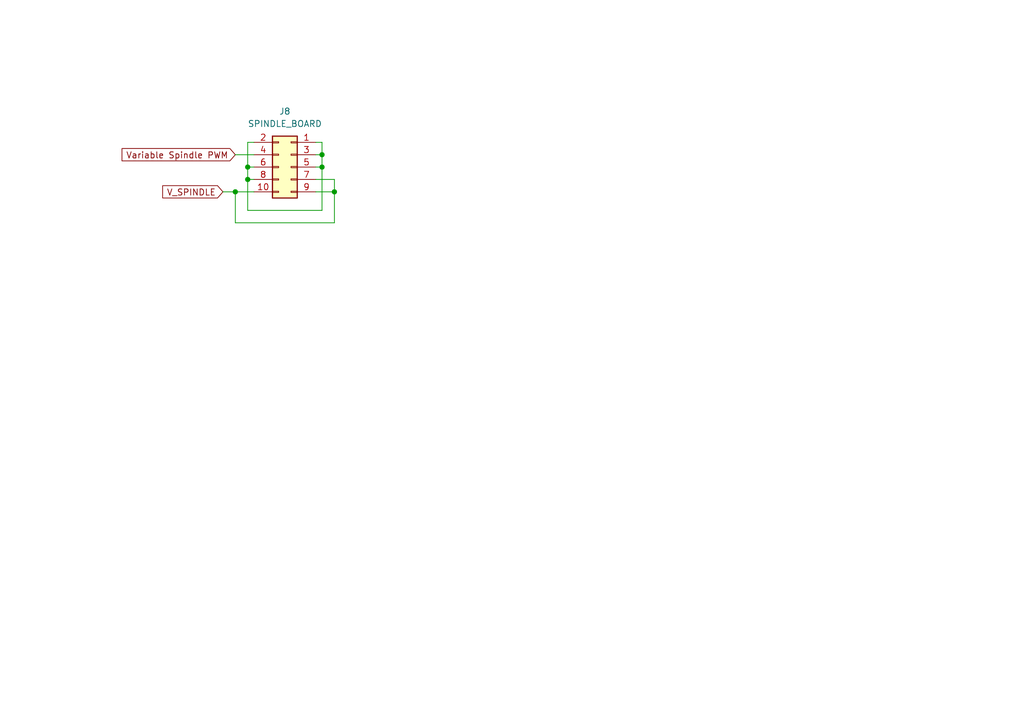
<source format=kicad_sch>
(kicad_sch (version 20250114) (generator "eeschema") (generator_version "9.0")
  (paper "A5")
  (title_block (title "Spindle Board") (rev "1") (company "Juan Nicolas Jimenez Perez"))
  (lib_symbols
    (symbol "Connector_Generic:Conn_02x05_Odd_Even" (pin_names (offset 1.016) (hide yes))
      (property "Reference" "J" (at 1.27 7.62 0))
      (property "Value" "Conn_02x05_Odd_Even" (at 1.27 -7.62 0))
      (symbol "Conn_02x05_Odd_Even_1_1"
        (rectangle (start -1.27 6.35) (end 3.81 -6.35) (stroke (width 0.254)) (fill (type background)))
        (rectangle (start -1.27 5.207) (end 0 4.953) (stroke (width 0.1524)))
        (rectangle (start -1.27 2.667) (end 0 2.413) (stroke (width 0.1524)))
        (rectangle (start -1.27 0.127) (end 0 -0.127) (stroke (width 0.1524)))
        (rectangle (start -1.27 -2.413) (end 0 -2.667) (stroke (width 0.1524)))
        (rectangle (start -1.27 -4.953) (end 0 -5.207) (stroke (width 0.1524)))
        (rectangle (start 3.81 5.207) (end 2.54 4.953) (stroke (width 0.1524)))
        (rectangle (start 3.81 2.667) (end 2.54 2.413) (stroke (width 0.1524)))
        (rectangle (start 3.81 0.127) (end 2.54 -0.127) (stroke (width 0.1524)))
        (rectangle (start 3.81 -2.413) (end 2.54 -2.667) (stroke (width 0.1524)))
        (rectangle (start 3.81 -4.953) (end 2.54 -5.207) (stroke (width 0.1524)))
        (pin passive line (at -5.08 5.08 0) (length 3.81) (name "Pin_1") (number "1"))
        (pin passive line (at -5.08 2.54 0) (length 3.81) (name "Pin_3") (number "3"))
        (pin passive line (at -5.08 0 0) (length 3.81) (name "Pin_5") (number "5"))
        (pin passive line (at -5.08 -2.54 0) (length 3.81) (name "Pin_7") (number "7"))
        (pin passive line (at -5.08 -5.08 0) (length 3.81) (name "Pin_9") (number "9"))
        (pin passive line (at 7.62 5.08 180) (length 3.81) (name "Pin_2") (number "2"))
        (pin passive line (at 7.62 2.54 180) (length 3.81) (name "Pin_4") (number "4"))
        (pin passive line (at 7.62 0 180) (length 3.81) (name "Pin_6") (number "6"))
        (pin passive line (at 7.62 -2.54 180) (length 3.81) (name "Pin_8") (number "8"))
        (pin passive line (at 7.62 -5.08 180) (length 3.81) (name "Pin_10") (number "10"))
      )
    )
  )
  (junction (at 48.26 39.37))
  (junction (at 66.04 34.29))
  (junction (at 50.8 34.29))
  (junction (at 50.8 36.83))
  (junction (at 68.58 39.37))
  (junction (at 66.04 31.75))
  (wire (pts (xy 48.26 39.37) (xy 48.26 45.72)))
  (wire (pts (xy 66.04 34.29) (xy 66.04 43.18)))
  (wire (pts (xy 66.04 31.75) (xy 66.04 29.21)))
  (wire (pts (xy 48.26 39.37) (xy 52.07 39.37)))
  (wire (pts (xy 50.8 36.83) (xy 52.07 36.83)))
  (wire (pts (xy 48.26 45.72) (xy 68.58 45.72)))
  (wire (pts (xy 64.77 36.83) (xy 68.58 36.83)))
  (wire (pts (xy 68.58 39.37) (xy 68.58 45.72)))
  (wire (pts (xy 50.8 29.21) (xy 52.07 29.21)))
  (wire (pts (xy 64.77 31.75) (xy 66.04 31.75)))
  (wire (pts (xy 50.8 34.29) (xy 50.8 29.21)))
  (wire (pts (xy 50.8 36.83) (xy 50.8 34.29)))
  (wire (pts (xy 50.8 36.83) (xy 50.8 43.18)))
  (wire (pts (xy 68.58 39.37) (xy 68.58 36.83)))
  (wire (pts (xy 50.8 34.29) (xy 52.07 34.29)))
  (wire (pts (xy 48.26 31.75) (xy 52.07 31.75)))
  (wire (pts (xy 45.72 39.37) (xy 48.26 39.37)))
  (wire (pts (xy 64.77 34.29) (xy 66.04 34.29)))
  (wire (pts (xy 66.04 29.21) (xy 64.77 29.21)))
  (wire (pts (xy 64.77 39.37) (xy 68.58 39.37)))
  (wire (pts (xy 66.04 31.75) (xy 66.04 34.29)))
  (wire (pts (xy 50.8 43.18) (xy 66.04 43.18)))
  (global_label "Variable Spindle PWM" (shape input) (at 48.26 31.75 180) (property "Intersheetrefs" "${INTERSHEET_REFS}" (effects (hide yes))))
  (global_label "V_SPINDLE" (shape input) (at 45.72 39.37 180) (property "Intersheetrefs" "${INTERSHEET_REFS}" (effects (hide yes))))
  (symbol (lib_id "Connector_Generic:Conn_02x05_Odd_Even") (at 59.69 34.29 0) (mirror y) (unit 1)
    (property "Reference" "J8" (at 58.42 22.86 0))
    (property "Value" "SPINDLE_BOARD" (at 58.42 25.4 0))
    (property "Footprint" "Connector_IDC:IDC-Header_2x05_P2.54mm_Vertical" (effects (hide yes)))
    (property "Description" "Generic connector, double row, 02x05, odd/even pin numbering scheme (row 1 odd numbers, row 2 even numbers), script generated (kicad-library-utils/schlib/autogen/connector/)" (effects (hide yes)))
  )
)
</source>
